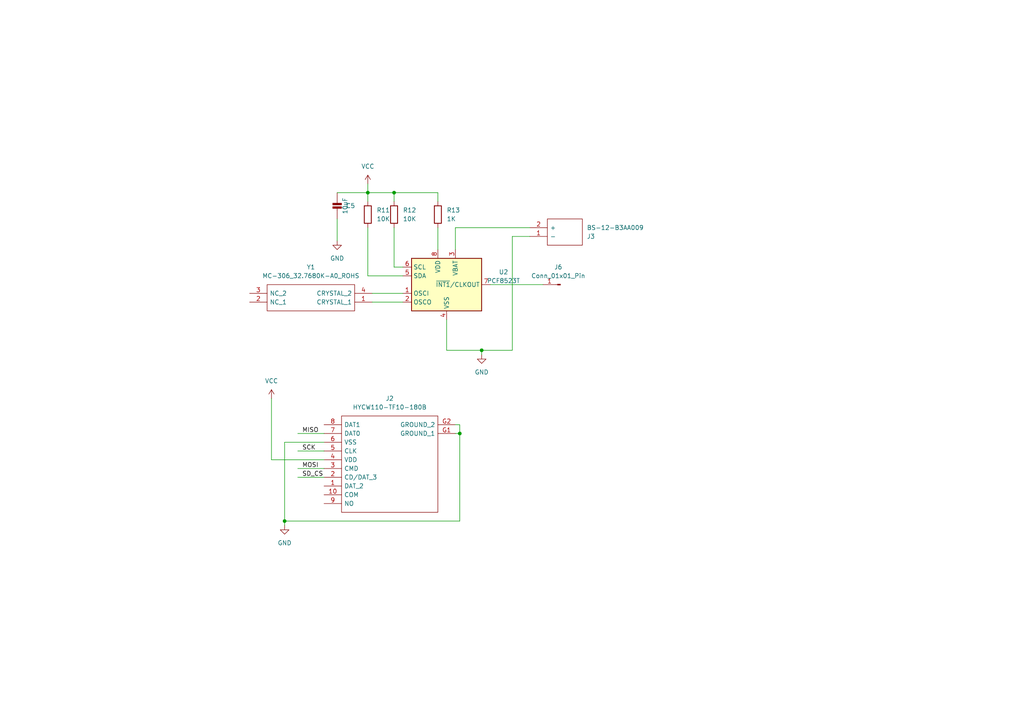
<source format=kicad_sch>
(kicad_sch (version 20230121) (generator eeschema)
  (paper "A4")
  (lib_symbols
    (symbol "BS-12-B3AA009:BS-12-B3AA009" (pin_names (offset 0.762))
      (property "Reference" "J" (at 16.51 7.62 0))
      (property "Value" "BS-12-B3AA009" (at 16.51 5.08 0))
      (symbol "BS-12-B3AA009_0_0"
        (pin passive line (at 0 0 0) (length 5.08) (name "-") (number "1"))
        (pin passive line (at 0 -2.54 0) (length 5.08) (name "+") (number "2"))
      )
      (symbol "BS-12-B3AA009_0_1"
        (polyline (pts (xy 5.08 2.54) (xy 15.24 2.54) (xy 15.24 -5.08) (xy 5.08 -5.08) (xy 5.08 2.54)) (stroke (width 0.1524)))
      )
    )
    (symbol "Connector:Conn_01x01_Pin" (pin_names (offset 1.016) hide)
      (property "Reference" "J" (at 0 2.54 0))
      (property "Value" "Conn_01x01_Pin" (at 0 -2.54 0))
      (symbol "Conn_01x01_Pin_1_1"
        (polyline (pts (xy 1.27 0) (xy 0.8636 0)) (stroke (width 0.1524)))
        (rectangle (start 0.8636 0.127) (end 0 -0.127) (stroke (width 0.1524)) (fill (type outline)))
        (pin passive line (at 5.08 0 180) (length 3.81) (name "Pin_1") (number "1"))
      )
    )
    (symbol "Device:R" (pin_numbers hide) (pin_names (offset 0))
      (property "Reference" "R" (at 2.032 0 90))
      (property "Value" "R" (at 0 0 90))
      (symbol "R_0_1"
        (rectangle (start -1.016 -2.54) (end 1.016 2.54) (stroke (width 0.254)))
      )
      (symbol "R_1_1"
        (pin passive line (at 0 3.81 270) (length 1.27) (name "~") (number "1"))
        (pin passive line (at 0 -3.81 90) (length 1.27) (name "~") (number "2"))
      )
    )
    (symbol "HYCW110-TF10-180B:HYCW110-TF10-180B" (pin_names (offset 0.762))
      (property "Reference" "J" (at 34.29 7.62 0))
      (property "Value" "HYCW110-TF10-180B" (at 34.29 5.08 0))
      (symbol "HYCW110-TF10-180B_0_0"
        (pin passive line (at 38.1 -17.78 180) (length 5.08) (name "DAT_2") (number "1"))
        (pin passive line (at 38.1 -20.32 180) (length 5.08) (name "COM") (number "10"))
        (pin passive line (at 38.1 -15.24 180) (length 5.08) (name "CD/DAT_3") (number "2"))
        (pin passive line (at 38.1 -12.7 180) (length 5.08) (name "CMD") (number "3"))
        (pin passive line (at 38.1 -10.16 180) (length 5.08) (name "VDD") (number "4"))
        (pin passive line (at 38.1 -7.62 180) (length 5.08) (name "CLK") (number "5"))
        (pin passive line (at 38.1 -5.08 180) (length 5.08) (name "VSS") (number "6"))
        (pin passive line (at 38.1 -2.54 180) (length 5.08) (name "DAT0") (number "7"))
        (pin passive line (at 38.1 0 180) (length 5.08) (name "DAT1") (number "8"))
        (pin passive line (at 38.1 -22.86 180) (length 5.08) (name "NO") (number "9"))
        (pin passive line (at 0 -2.54 0) (length 5.08) (name "GROUND_1") (number "G1"))
        (pin passive line (at 0 0 0) (length 5.08) (name "GROUND_2") (number "G2"))
      )
      (symbol "HYCW110-TF10-180B_0_1"
        (polyline (pts (xy 5.08 2.54) (xy 33.02 2.54) (xy 33.02 -25.4) (xy 5.08 -25.4) (xy 5.08 2.54)) (stroke (width 0.1524)))
      )
    )
    (symbol "MC-306_32.7680K-A0_ROHS:MC-306_32.7680K-A0_ROHS" (pin_names (offset 0.762))
      (property "Reference" "Y" (at 31.75 7.62 0))
      (property "Value" "MC-306_32.7680K-A0_ROHS" (at 31.75 5.08 0))
      (symbol "MC-306_32.7680K-A0_ROHS_0_0"
        (pin passive line (at 0 -2.54 0) (length 5.08) (name "CRYSTAL_1") (number "1"))
        (pin passive line (at 35.56 -2.54 180) (length 5.08) (name "NC_1") (number "2"))
        (pin passive line (at 35.56 0 180) (length 5.08) (name "NC_2") (number "3"))
        (pin passive line (at 0 0 0) (length 5.08) (name "CRYSTAL_2") (number "4"))
      )
      (symbol "MC-306_32.7680K-A0_ROHS_0_1"
        (polyline (pts (xy 5.08 2.54) (xy 30.48 2.54) (xy 30.48 -5.08) (xy 5.08 -5.08) (xy 5.08 2.54)) (stroke (width 0.1524)))
      )
    )
    (symbol "Timer_RTC:PCF8523T"
      (property "Reference" "U" (at -10.16 8.89 0))
      (property "Value" "PCF8523T" (at 3.81 8.89 0))
      (symbol "PCF8523T_0_1"
        (rectangle (start -10.16 7.62) (end 10.16 -7.62) (stroke (width 0.254)) (fill (type background)))
      )
      (symbol "PCF8523T_1_1"
        (pin input line (at -12.7 -2.54 0) (length 2.54) (name "OSCI") (number "1"))
        (pin output line (at -12.7 -5.08 0) (length 2.54) (name "OSCO") (number "2"))
        (pin power_in line (at 2.54 10.16 270) (length 2.54) (name "VBAT") (number "3"))
        (pin power_in line (at 0 -10.16 90) (length 2.54) (name "VSS") (number "4"))
        (pin bidirectional line (at -12.7 2.54 0) (length 2.54) (name "SDA") (number "5"))
        (pin input line (at -12.7 5.08 0) (length 2.54) (name "SCL") (number "6"))
        (pin open_collector line (at 12.7 0 180) (length 2.54) (name "~{INT1}/CLKOUT") (number "7"))
        (pin power_in line (at -2.54 10.16 270) (length 2.54) (name "VDD") (number "8"))
      )
    )
    (symbol "power:GND" (power) (pin_names (offset 0))
      (property "Value" "GND" (at 0 -3.81 0))
      (symbol "GND_0_1"
        (polyline (pts (xy 0 0) (xy 0 -1.27) (xy 1.27 -1.27) (xy 0 -2.54) (xy -1.27 -1.27) (xy 0 -1.27)))
      )
      (symbol "GND_1_1"
        (pin power_in line (at 0 0 270) (length 0) hide (name "GND") (number "1"))
      )
    )
    (symbol "power:VCC" (power) (pin_names (offset 0))
      (property "Value" "VCC" (at 0 3.81 0))
      (symbol "VCC_0_1"
        (polyline (pts (xy -0.762 1.27) (xy 0 2.54)))
        (polyline (pts (xy 0 0) (xy 0 2.54)))
        (polyline (pts (xy 0 2.54) (xy 0.762 1.27)))
      )
      (symbol "VCC_1_1"
        (pin power_in line (at 0 0 90) (length 0) hide (name "VCC") (number "1"))
      )
    )
    (symbol "v0_1-eagle-import:CAP_CERAMIC_0603"
      (property "Reference" "C" (at -2.29 1.25 90))
      (symbol "CAP_CERAMIC_0603_1_0"
        (rectangle (start -1.27 0.508) (end 1.27 1.016) (fill (type outline)))
        (rectangle (start -1.27 1.524) (end 1.27 2.032) (fill (type outline)))
        (polyline (pts (xy 0 0.762) (xy 0 0)) (stroke (width 0.1524)))
        (polyline (pts (xy 0 2.54) (xy 0 1.778)) (stroke (width 0.1524)))
        (pin passive line (at 0 5.08 270) (length 2.54) (name "1") (number "1"))
        (pin passive line (at 0 -2.54 90) (length 2.54) (name "2") (number "2"))
      )
    )
  )
  (junction (at 106.68 55.88))
  (junction (at 82.55 151.13))
  (junction (at 114.3 55.88))
  (junction (at 139.7 101.6))
  (junction (at 133.35 125.73))
  (wire (pts (xy 107.95 87.63) (xy 116.84 87.63)))
  (wire (pts (xy 114.3 66.04) (xy 114.3 77.47)))
  (wire (pts (xy 133.35 125.73) (xy 133.35 151.13)))
  (wire (pts (xy 106.68 80.01) (xy 116.84 80.01)))
  (wire (pts (xy 82.55 151.13) (xy 82.55 152.4)))
  (wire (pts (xy 97.79 55.88) (xy 106.68 55.88)))
  (wire (pts (xy 133.35 123.19) (xy 133.35 125.73)))
  (wire (pts (xy 114.3 58.42) (xy 114.3 55.88)))
  (wire (pts (xy 97.79 63.5) (xy 97.79 69.85)))
  (wire (pts (xy 107.95 85.09) (xy 116.84 85.09)))
  (wire (pts (xy 114.3 77.47) (xy 116.84 77.47)))
  (wire (pts (xy 106.68 66.04) (xy 106.68 80.01)))
  (wire (pts (xy 86.36 135.89) (xy 93.98 135.89)))
  (wire (pts (xy 106.68 53.34) (xy 106.68 55.88)))
  (wire (pts (xy 82.55 128.27) (xy 82.55 151.13)))
  (wire (pts (xy 114.3 55.88) (xy 106.68 55.88)))
  (wire (pts (xy 132.08 66.04) (xy 153.67 66.04)))
  (wire (pts (xy 86.36 125.73) (xy 93.98 125.73)))
  (wire (pts (xy 129.54 101.6) (xy 139.7 101.6)))
  (wire (pts (xy 127 72.39) (xy 127 66.04)))
  (wire (pts (xy 132.08 125.73) (xy 133.35 125.73)))
  (wire (pts (xy 132.08 72.39) (xy 132.08 66.04)))
  (wire (pts (xy 133.35 151.13) (xy 82.55 151.13)))
  (wire (pts (xy 86.36 130.81) (xy 93.98 130.81)))
  (wire (pts (xy 106.68 55.88) (xy 106.68 58.42)))
  (wire (pts (xy 93.98 128.27) (xy 82.55 128.27)))
  (wire (pts (xy 129.54 92.71) (xy 129.54 101.6)))
  (wire (pts (xy 78.74 115.57) (xy 78.74 133.35)))
  (wire (pts (xy 153.67 68.58) (xy 148.59 68.58)))
  (wire (pts (xy 86.36 138.43) (xy 93.98 138.43)))
  (wire (pts (xy 139.7 101.6) (xy 139.7 102.87)))
  (wire (pts (xy 78.74 133.35) (xy 93.98 133.35)))
  (wire (pts (xy 127 55.88) (xy 114.3 55.88)))
  (wire (pts (xy 142.24 82.55) (xy 157.48 82.55)))
  (wire (pts (xy 148.59 68.58) (xy 148.59 101.6)))
  (wire (pts (xy 127 58.42) (xy 127 55.88)))
  (wire (pts (xy 148.59 101.6) (xy 139.7 101.6)))
  (wire (pts (xy 132.08 123.19) (xy 133.35 123.19)))
  (label "MOSI" (at 87.63 135.89 0))
  (label "SCK" (at 87.63 130.81 0))
  (label "SD_CS" (at 87.63 138.43 0))
  (label "MISO" (at 87.63 125.73 0))
  (symbol (lib_id "v0_1-eagle-import:CAP_CERAMIC_0603") (at 97.79 60.96 0) (unit 1)
    (property "Reference" "C5" (at 100.33 59.69 0) (effects (justify left)))
    (property "Value" "10uF" (at 100.09 59.71 90))
    (property "Footprint" "v0_1:_0603" (effects hide))
  )
  (symbol (lib_id "Timer_RTC:PCF8523T") (at 129.54 82.55 0) (unit 1)
    (property "Reference" "U2" (at 146.05 78.9021 0))
    (property "Value" "PCF8523T" (at 146.05 81.4421 0))
    (property "Footprint" "Package_SO:SOIC-8_3.9x4.9mm_P1.27mm" (effects hide))
    (property "Datasheet" "https://www.nxp.com/docs/en/data-sheet/PCF8523.pdf" (effects hide))
  )
  (symbol (lib_id "Device:R") (at 106.68 62.23 0) (unit 1)
    (property "Reference" "R11" (at 109.22 60.96 0) (effects (justify left)))
    (property "Value" "10K" (at 109.22 63.5 0) (effects (justify left)))
  )
  (symbol (lib_id "BS-12-B3AA009:BS-12-B3AA009") (at 153.67 68.58 0) (mirror x) (unit 1)
    (property "Reference" "J3" (at 170.18 68.58 0) (effects (justify left)))
    (property "Value" "BS-12-B3AA009" (at 170.18 66.04 0) (effects (justify left)))
    (property "Footprint" "BS-12-B3AA009:BS12B3AA009" (effects hide))
    (property "Datasheet" "https://datasheet.lcsc.com/lcsc/2012311834_MYOUNG-BS-12-B3AA009_C964727.pdf" (effects hide))
    (property "Description" "CR1220 SMD Battery Connectors ROHS" (effects hide))
    (property "Height" "5" (effects hide))
    (property "Manufacturer_Name" "MYOUNG" (effects hide))
    (property "Manufacturer_Part_Number" "BS-12-B3AA009" (effects hide))
  )
  (symbol (lib_id "power:GND") (at 82.55 152.4 0) (unit 1)
    (property "Reference" "#PWR08" (effects hide))
    (property "Value" "GND" (at 82.55 157.48 0))
  )
  (symbol (lib_id "HYCW110-TF10-180B:HYCW110-TF10-180B") (at 132.08 123.19 0) (mirror y) (unit 1)
    (property "Reference" "J2" (at 113.03 115.57 0))
    (property "Value" "HYCW110-TF10-180B" (at 113.03 118.11 0))
    (property "Footprint" "HYCW110-TF10-180B:HYCW110TF10180B" (effects hide))
    (property "Datasheet" "https://datasheet.lcsc.com/lcsc/2201241630_HOAUC-HYCW110-TF10-180B_C2962030.pdf" (effects hide))
    (property "Description" "1A Straight Square Pins 1mm 3.9mm -40~{+105} 1 2.3mm 50 1.27mm Black Brass 1x50P Straight,P=1.27mm Pin Headers ROHS " (effects hide))
    (property "Height" "2.25" (effects hide))
    (property "Manufacturer_Name" "HOAUC" (effects hide))
    (property "Manufacturer_Part_Number" "HYCW110-TF10-180B" (effects hide))
  )
  (symbol (lib_id "Device:R") (at 127 62.23 0) (unit 1)
    (property "Reference" "R13" (at 129.54 60.96 0) (effects (justify left)))
    (property "Value" "1K" (at 129.54 63.5 0) (effects (justify left)))
  )
  (symbol (lib_id "power:GND") (at 139.7 102.87 0) (unit 1)
    (property "Reference" "#PWR04" (effects hide))
    (property "Value" "GND" (at 139.7 107.95 0))
  )
  (symbol (lib_id "MC-306_32.7680K-A0_ROHS:MC-306_32.7680K-A0_ROHS") (at 107.95 85.09 0) (mirror y) (unit 1)
    (property "Reference" "Y1" (at 90.17 77.47 0))
    (property "Value" "MC-306_32.7680K-A0_ROHS" (at 90.17 80.01 0))
    (property "Footprint" "MC-306_32.7680K-A0ROHS:MC306327680KA5ROHS" (effects hide))
    (property "Datasheet" "https://support.epson.biz/td/api/doc_check.php?dl=brief_MC-306&lang=en" (effects hide))
    (property "Description" "Crystals 32.768KHz 12.5pF 20ppm -40C +85C" (effects hide))
    (property "Height" "2.54" (effects hide))
    (property "Manufacturer_Name" "Epson Timing" (effects hide))
    (property "Manufacturer_Part_Number" "MC-306 32.7680K-A0:ROHS" (effects hide))
    (property "Mouser Part Number" "732-MC30632.7680KA0R" (effects hide))
    (property "Mouser Price/Stock" "https://www.mouser.co.uk/ProductDetail/Epson-Timing/MC-306-32.7680K-A0ROHS?qs=tC2qD9afNgpWf4xxzghJMw%3D%3D" (effects hide))
  )
  (symbol (lib_id "Device:R") (at 114.3 62.23 0) (unit 1)
    (property "Reference" "R12" (at 116.84 60.96 0) (effects (justify left)))
    (property "Value" "10K" (at 116.84 63.5 0) (effects (justify left)))
  )
  (symbol (lib_id "power:GND") (at 97.79 69.85 0) (unit 1)
    (property "Reference" "#PWR06" (effects hide))
    (property "Value" "GND" (at 97.79 74.93 0))
  )
  (symbol (lib_id "Connector:Conn_01x01_Pin") (at 162.56 82.55 180) (unit 1)
    (property "Reference" "J6" (at 161.925 77.47 0))
    (property "Value" "Conn_01x01_Pin" (at 161.925 80.01 0))
  )
  (symbol (lib_id "power:VCC") (at 78.74 115.57 0) (unit 1)
    (property "Reference" "#PWR07" (effects hide))
    (property "Value" "VCC" (at 78.74 110.49 0))
  )
  (symbol (lib_id "power:VCC") (at 106.68 53.34 0) (unit 1)
    (property "Reference" "#PWR05" (effects hide))
    (property "Value" "VCC" (at 106.68 48.26 0))
  )
)
</source>
